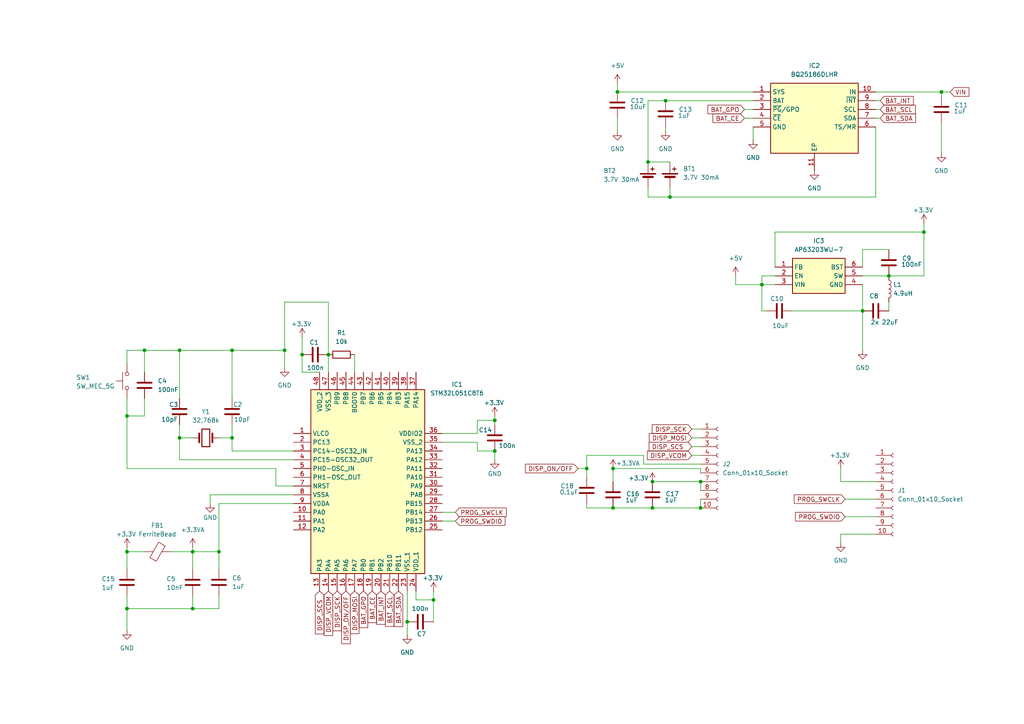
<source format=kicad_sch>
(kicad_sch (version 20250114) (generator "eeschema") (generator_version "9.0")
  (paper "A4")
  (lib_symbols
    (symbol "AP63203WU-7:AP63203WU-7"
      (property "Reference" "IC" (at 21.59 7.62 0))
      (property "Value" "AP63203WU-7" (at 21.59 5.08 0))
      (symbol "AP63203WU-7_1_1"
        (rectangle (start 5.08 2.54) (end 20.32 -7.62) (stroke (width 0.254)) (fill (type background)))
        (pin passive line (at 0 0 0) (length 5.08) (name "FB") (number "1"))
        (pin passive line (at 0 -2.54 0) (length 5.08) (name "EN") (number "2"))
        (pin passive line (at 0 -5.08 0) (length 5.08) (name "VIN") (number "3"))
        (pin passive line (at 25.4 0 180) (length 5.08) (name "BST") (number "6"))
        (pin passive line (at 25.4 -2.54 180) (length 5.08) (name "SW") (number "5"))
        (pin passive line (at 25.4 -5.08 180) (length 5.08) (name "GND") (number "4"))
      )
    )
    (symbol "BQ25186DLHR:BQ25186DLHR"
      (property "Reference" "IC" (at 31.75 7.62 0))
      (property "Value" "BQ25186DLHR" (at 31.75 5.08 0))
      (symbol "BQ25186DLHR_1_1"
        (rectangle (start 5.08 2.54) (end 30.48 -17.78) (stroke (width 0.254)) (fill (type background)))
        (pin passive line (at 0 0 0) (length 5.08) (name "SYS") (number "1"))
        (pin passive line (at 0 -2.54 0) (length 5.08) (name "BAT") (number "2"))
        (pin passive line (at 0 -5.08 0) (length 5.08) (name "~{PG}/GPO") (number "3"))
        (pin passive line (at 0 -7.62 0) (length 5.08) (name "~{CE}") (number "4"))
        (pin passive line (at 0 -10.16 0) (length 5.08) (name "GND") (number "5"))
        (pin passive line (at 17.78 -22.86 90) (length 5.08) (name "EP") (number "11"))
        (pin passive line (at 35.56 0 180) (length 5.08) (name "IN") (number "10"))
        (pin passive line (at 35.56 -2.54 180) (length 5.08) (name "~{INT}") (number "9"))
        (pin passive line (at 35.56 -5.08 180) (length 5.08) (name "SCL") (number "8"))
        (pin passive line (at 35.56 -7.62 180) (length 5.08) (name "SDA") (number "7"))
        (pin passive line (at 35.56 -10.16 180) (length 5.08) (name "TS/MR") (number "6"))
      )
    )
    (symbol "Connector:Conn_01x10_Socket" (pin_names (offset 1.016) (hide yes))
      (property "Reference" "J" (at 0 12.7 0))
      (property "Value" "Conn_01x10_Socket" (at 0 -15.24 0))
      (symbol "Conn_01x10_Socket_1_1"
        (polyline (pts (xy -1.27 10.16) (xy -0.508 10.16)) (stroke (width 0.1524)))
        (polyline (pts (xy -1.27 7.62) (xy -0.508 7.62)) (stroke (width 0.1524)))
        (polyline (pts (xy -1.27 5.08) (xy -0.508 5.08)) (stroke (width 0.1524)))
        (polyline (pts (xy -1.27 2.54) (xy -0.508 2.54)) (stroke (width 0.1524)))
        (polyline (pts (xy -1.27 0) (xy -0.508 0)) (stroke (width 0.1524)))
        (polyline (pts (xy -1.27 -2.54) (xy -0.508 -2.54)) (stroke (width 0.1524)))
        (polyline (pts (xy -1.27 -5.08) (xy -0.508 -5.08)) (stroke (width 0.1524)))
        (polyline (pts (xy -1.27 -7.62) (xy -0.508 -7.62)) (stroke (width 0.1524)))
        (polyline (pts (xy -1.27 -10.16) (xy -0.508 -10.16)) (stroke (width 0.1524)))
        (polyline (pts (xy -1.27 -12.7) (xy -0.508 -12.7)) (stroke (width 0.1524)))
        (arc (start 0 9.652) (mid -0.5058 10.16) (end 0 10.668) (stroke (width 0.1524)))
        (arc (start 0 7.112) (mid -0.5058 7.62) (end 0 8.128) (stroke (width 0.1524)))
        (arc (start 0 4.572) (mid -0.5058 5.08) (end 0 5.588) (stroke (width 0.1524)))
        (arc (start 0 2.032) (mid -0.5058 2.54) (end 0 3.048) (stroke (width 0.1524)))
        (arc (start 0 -0.508) (mid -0.5058 0) (end 0 0.508) (stroke (width 0.1524)))
        (arc (start 0 -3.048) (mid -0.5058 -2.54) (end 0 -2.032) (stroke (width 0.1524)))
        (arc (start 0 -5.588) (mid -0.5058 -5.08) (end 0 -4.572) (stroke (width 0.1524)))
        (arc (start 0 -8.128) (mid -0.5058 -7.62) (end 0 -7.112) (stroke (width 0.1524)))
        (arc (start 0 -10.668) (mid -0.5058 -10.16) (end 0 -9.652) (stroke (width 0.1524)))
        (arc (start 0 -13.208) (mid -0.5058 -12.7) (end 0 -12.192) (stroke (width 0.1524)))
        (pin passive line (at -5.08 10.16 0) (length 3.81) (name "Pin_1") (number "1"))
        (pin passive line (at -5.08 7.62 0) (length 3.81) (name "Pin_2") (number "2"))
        (pin passive line (at -5.08 5.08 0) (length 3.81) (name "Pin_3") (number "3"))
        (pin passive line (at -5.08 2.54 0) (length 3.81) (name "Pin_4") (number "4"))
        (pin passive line (at -5.08 0 0) (length 3.81) (name "Pin_5") (number "5"))
        (pin passive line (at -5.08 -2.54 0) (length 3.81) (name "Pin_6") (number "6"))
        (pin passive line (at -5.08 -5.08 0) (length 3.81) (name "Pin_7") (number "7"))
        (pin passive line (at -5.08 -7.62 0) (length 3.81) (name "Pin_8") (number "8"))
        (pin passive line (at -5.08 -10.16 0) (length 3.81) (name "Pin_9") (number "9"))
        (pin passive line (at -5.08 -12.7 0) (length 3.81) (name "Pin_10") (number "10"))
      )
    )
    (symbol "Device:Battery_Cell" (pin_numbers (hide yes)) (pin_names (offset 0) (hide yes))
      (property "Reference" "BT" (at 2.54 2.54 0))
      (property "Value" "Battery_Cell" (at 2.54 0 0))
      (symbol "Battery_Cell_0_1"
        (rectangle (start -2.286 1.778) (end 2.286 1.524) (fill (type outline)))
        (rectangle (start -1.524 1.016) (end 1.524 0.508) (fill (type outline)))
        (polyline (pts (xy 0 1.778) (xy 0 2.54)))
        (polyline (pts (xy 0 0.762) (xy 0 0)))
        (polyline (pts (xy 0.762 3.048) (xy 1.778 3.048)) (stroke (width 0.254)))
        (polyline (pts (xy 1.27 3.556) (xy 1.27 2.54)) (stroke (width 0.254)))
      )
      (symbol "Battery_Cell_1_1"
        (pin passive line (at 0 5.08 270) (length 2.54) (name "+") (number "1"))
        (pin passive line (at 0 -2.54 90) (length 2.54) (name "-") (number "2"))
      )
    )
    (symbol "Device:C" (pin_numbers (hide yes)) (pin_names (offset 0.254))
      (property "Reference" "C" (at 0.635 2.54 0))
      (property "Value" "C" (at 0.635 -2.54 0))
      (symbol "C_0_1"
        (polyline (pts (xy -2.032 0.762) (xy 2.032 0.762)) (stroke (width 0.508)))
        (polyline (pts (xy -2.032 -0.762) (xy 2.032 -0.762)) (stroke (width 0.508)))
      )
      (symbol "C_1_1"
        (pin passive line (at 0 3.81 270) (length 2.794) (name "~") (number "1"))
        (pin passive line (at 0 -3.81 90) (length 2.794) (name "~") (number "2"))
      )
    )
    (symbol "Device:Crystal" (pin_numbers (hide yes)) (pin_names (offset 1.016) (hide yes))
      (property "Reference" "Y" (at 0 3.81 0))
      (property "Value" "Crystal" (at 0 -3.81 0))
      (symbol "Crystal_0_1"
        (polyline (pts (xy -2.54 0) (xy -1.905 0)))
        (polyline (pts (xy -1.905 -1.27) (xy -1.905 1.27)) (stroke (width 0.508)))
        (rectangle (start -1.143 2.54) (end 1.143 -2.54) (stroke (width 0.3048)))
        (polyline (pts (xy 1.905 -1.27) (xy 1.905 1.27)) (stroke (width 0.508)))
        (polyline (pts (xy 2.54 0) (xy 1.905 0)))
      )
      (symbol "Crystal_1_1"
        (pin passive line (at -3.81 0 0) (length 1.27) (name "1") (number "1"))
        (pin passive line (at 3.81 0 180) (length 1.27) (name "2") (number "2"))
      )
    )
    (symbol "Device:FerriteBead" (pin_numbers (hide yes)) (pin_names (offset 0))
      (property "Reference" "FB" (at -3.81 0.635 90))
      (property "Value" "FerriteBead" (at 3.81 0 90))
      (symbol "FerriteBead_0_1"
        (polyline (pts (xy -2.7686 0.4064) (xy -1.7018 2.2606) (xy 2.7686 -0.3048) (xy 1.6764 -2.159) (xy -2.7686 0.4064)))
        (polyline (pts (xy 0 1.27) (xy 0 1.2954)))
        (polyline (pts (xy 0 -1.27) (xy 0 -1.2192)))
      )
      (symbol "FerriteBead_1_1"
        (pin passive line (at 0 3.81 270) (length 2.54) (name "~") (number "1"))
        (pin passive line (at 0 -3.81 90) (length 2.54) (name "~") (number "2"))
      )
    )
    (symbol "Device:L" (pin_numbers (hide yes)) (pin_names (offset 1.016) (hide yes))
      (property "Reference" "L" (at -1.27 0 90))
      (property "Value" "L" (at 1.905 0 90))
      (symbol "L_0_1"
        (arc (start 0 2.54) (mid 0.6323 1.905) (end 0 1.27))
        (arc (start 0 1.27) (mid 0.6323 0.635) (end 0 0))
        (arc (start 0 0) (mid 0.6323 -0.635) (end 0 -1.27))
        (arc (start 0 -1.27) (mid 0.6323 -1.905) (end 0 -2.54))
      )
      (symbol "L_1_1"
        (pin passive line (at 0 3.81 270) (length 1.27) (name "1") (number "1"))
        (pin passive line (at 0 -3.81 90) (length 1.27) (name "2") (number "2"))
      )
    )
    (symbol "Device:R" (pin_numbers (hide yes)) (pin_names (offset 0))
      (property "Reference" "R" (at 2.032 0 90))
      (property "Value" "R" (at 0 0 90))
      (symbol "R_0_1"
        (rectangle (start -1.016 -2.54) (end 1.016 2.54) (stroke (width 0.254)))
      )
      (symbol "R_1_1"
        (pin passive line (at 0 3.81 270) (length 1.27) (name "~") (number "1"))
        (pin passive line (at 0 -3.81 90) (length 1.27) (name "~") (number "2"))
      )
    )
    (symbol "STM32L051C8T6:STM32L051C8T6"
      (property "Reference" "IC" (at 39.37 17.78 0))
      (property "Value" "STM32L051C8T6" (at 39.37 15.24 0))
      (symbol "STM32L051C8T6_1_1"
        (rectangle (start 5.08 12.7) (end 38.1 -40.64) (stroke (width 0.254)) (fill (type background)))
        (pin power_in line (at 0 0 0) (length 5.08) (name "VLCD") (number "1"))
        (pin passive line (at 0 -2.54 0) (length 5.08) (name "PC13") (number "2"))
        (pin passive line (at 0 -5.08 0) (length 5.08) (name "PC14-OSC32_IN") (number "3"))
        (pin passive line (at 0 -7.62 0) (length 5.08) (name "PC15-OSC32_OUT") (number "4"))
        (pin passive line (at 0 -10.16 0) (length 5.08) (name "PH0-OSC_IN") (number "5"))
        (pin passive line (at 0 -12.7 0) (length 5.08) (name "PH1-OSC_OUT") (number "6"))
        (pin passive line (at 0 -15.24 0) (length 5.08) (name "NRST") (number "7"))
        (pin power_in line (at 0 -17.78 0) (length 5.08) (name "VSSA") (number "8"))
        (pin power_in line (at 0 -20.32 0) (length 5.08) (name "VDDA") (number "9"))
        (pin passive line (at 0 -22.86 0) (length 5.08) (name "PA0") (number "10"))
        (pin passive line (at 0 -25.4 0) (length 5.08) (name "PA1") (number "11"))
        (pin passive line (at 0 -27.94 0) (length 5.08) (name "PA2") (number "12"))
        (pin power_in line (at 7.62 17.78 270) (length 5.08) (name "VDD_2") (number "48"))
        (pin passive line (at 7.62 -45.72 90) (length 5.08) (name "PA3") (number "13"))
        (pin power_in line (at 10.16 17.78 270) (length 5.08) (name "VSS_3") (number "47"))
        (pin passive line (at 10.16 -45.72 90) (length 5.08) (name "PA4") (number "14"))
        (pin passive line (at 12.7 17.78 270) (length 5.08) (name "PB9") (number "46"))
        (pin passive line (at 12.7 -45.72 90) (length 5.08) (name "PA5") (number "15"))
        (pin passive line (at 15.24 17.78 270) (length 5.08) (name "PB8") (number "45"))
        (pin passive line (at 15.24 -45.72 90) (length 5.08) (name "PA6") (number "16"))
        (pin passive line (at 17.78 17.78 270) (length 5.08) (name "BOOT0") (number "44"))
        (pin passive line (at 17.78 -45.72 90) (length 5.08) (name "PA7") (number "17"))
        (pin passive line (at 20.32 17.78 270) (length 5.08) (name "PB7") (number "43"))
        (pin passive line (at 20.32 -45.72 90) (length 5.08) (name "PB0") (number "18"))
        (pin passive line (at 22.86 17.78 270) (length 5.08) (name "PB6") (number "42"))
        (pin passive line (at 22.86 -45.72 90) (length 5.08) (name "PB1") (number "19"))
        (pin passive line (at 25.4 17.78 270) (length 5.08) (name "PB5") (number "41"))
        (pin passive line (at 25.4 -45.72 90) (length 5.08) (name "PB2") (number "20"))
        (pin passive line (at 27.94 17.78 270) (length 5.08) (name "PB4") (number "40"))
        (pin passive line (at 27.94 -45.72 90) (length 5.08) (name "PB10") (number "21"))
        (pin passive line (at 30.48 17.78 270) (length 5.08) (name "PB3") (number "39"))
        (pin passive line (at 30.48 -45.72 90) (length 5.08) (name "PB11") (number "22"))
        (pin passive line (at 33.02 17.78 270) (length 5.08) (name "PA15") (number "38"))
        (pin power_in line (at 33.02 -45.72 90) (length 5.08) (name "VSS_1") (number "23"))
        (pin passive line (at 35.56 17.78 270) (length 5.08) (name "PA14") (number "37"))
        (pin power_in line (at 35.56 -45.72 90) (length 5.08) (name "VDD_1") (number "24"))
        (pin power_in line (at 43.18 0 180) (length 5.08) (name "VDDIO2") (number "36"))
        (pin power_in line (at 43.18 -2.54 180) (length 5.08) (name "VSS_2") (number "35"))
        (pin passive line (at 43.18 -5.08 180) (length 5.08) (name "PA13") (number "34"))
        (pin passive line (at 43.18 -7.62 180) (length 5.08) (name "PA12") (number "33"))
        (pin passive line (at 43.18 -10.16 180) (length 5.08) (name "PA11") (number "32"))
        (pin passive line (at 43.18 -12.7 180) (length 5.08) (name "PA10") (number "31"))
        (pin passive line (at 43.18 -15.24 180) (length 5.08) (name "PA9") (number "30"))
        (pin passive line (at 43.18 -17.78 180) (length 5.08) (name "PA8") (number "29"))
        (pin passive line (at 43.18 -20.32 180) (length 5.08) (name "PB15") (number "28"))
        (pin passive line (at 43.18 -22.86 180) (length 5.08) (name "PB14") (number "27"))
        (pin passive line (at 43.18 -25.4 180) (length 5.08) (name "PB13") (number "26"))
        (pin passive line (at 43.18 -27.94 180) (length 5.08) (name "PB12") (number "25"))
      )
    )
    (symbol "Switch:SW_MEC_5G" (pin_numbers (hide yes)) (pin_names (offset 1.016) (hide yes))
      (property "Reference" "SW" (at 1.27 2.54 0))
      (property "Value" "SW_MEC_5G" (at 0 -1.524 0))
      (symbol "SW_MEC_5G_0_1"
        (circle (center -2.032 0) (radius 0.508))
        (polyline (pts (xy 0 1.27) (xy 0 3.048)))
        (circle (center 2.032 0) (radius 0.508))
        (polyline (pts (xy 2.54 1.27) (xy -2.54 1.27)))
        (pin passive line (at -5.08 0 0) (length 2.54) (name "A") (number "1"))
        (pin passive line (at 5.08 0 180) (length 2.54) (name "B") (number "3"))
      )
      (symbol "SW_MEC_5G_1_1"
        (pin passive line (at -5.08 0 0) (length 2.54) (hide yes) (name "A") (number "2"))
        (pin passive line (at 5.08 0 180) (length 2.54) (hide yes) (name "B") (number "4"))
      )
    )
    (symbol "power:+3.3V" (power) (pin_numbers (hide yes)) (pin_names (offset 0) (hide yes))
      (property "Value" "+3.3V" (at 0 3.556 0))
      (symbol "+3.3V_0_1"
        (polyline (pts (xy -0.762 1.27) (xy 0 2.54)))
        (polyline (pts (xy 0 2.54) (xy 0.762 1.27)))
        (polyline (pts (xy 0 0) (xy 0 2.54)))
      )
      (symbol "+3.3V_1_1"
        (pin power_in line (at 0 0 90) (length 0) (name "~") (number "1"))
      )
    )
    (symbol "power:+3.3VA" (power) (pin_numbers (hide yes)) (pin_names (offset 0) (hide yes))
      (property "Value" "+3.3VA" (at 0 3.556 0))
      (symbol "+3.3VA_0_1"
        (polyline (pts (xy -0.762 1.27) (xy 0 2.54)))
        (polyline (pts (xy 0 2.54) (xy 0.762 1.27)))
        (polyline (pts (xy 0 0) (xy 0 2.54)))
      )
      (symbol "+3.3VA_1_1"
        (pin power_in line (at 0 0 90) (length 0) (name "~") (number "1"))
      )
    )
    (symbol "power:+5V" (power) (pin_numbers (hide yes)) (pin_names (offset 0) (hide yes))
      (property "Value" "+5V" (at 0 3.556 0))
      (symbol "+5V_0_1"
        (polyline (pts (xy -0.762 1.27) (xy 0 2.54)))
        (polyline (pts (xy 0 2.54) (xy 0.762 1.27)))
        (polyline (pts (xy 0 0) (xy 0 2.54)))
      )
      (symbol "+5V_1_1"
        (pin power_in line (at 0 0 90) (length 0) (name "~") (number "1"))
      )
    )
    (symbol "power:GND" (power) (pin_numbers (hide yes)) (pin_names (offset 0) (hide yes))
      (property "Value" "GND" (at 0 -3.81 0))
      (symbol "GND_0_1"
        (polyline (pts (xy 0 0) (xy 0 -1.27) (xy 1.27 -1.27) (xy 0 -2.54) (xy -1.27 -1.27) (xy 0 -1.27)))
      )
      (symbol "GND_1_1"
        (pin power_in line (at 0 0 270) (length 0) (name "~") (number "1"))
      )
    )
  )
  (junction (at 179.07 26.67))
  (junction (at 52.07 127))
  (junction (at 36.83 160.02))
  (junction (at 193.04 29.21))
  (junction (at 87.63 102.87))
  (junction (at 52.07 101.6))
  (junction (at 118.11 180.34))
  (junction (at 67.31 127))
  (junction (at 189.23 147.32))
  (junction (at 67.31 101.6))
  (junction (at 189.23 139.7))
  (junction (at 250.19 90.17))
  (junction (at 267.97 67.31))
  (junction (at 177.8 147.32))
  (junction (at 36.83 176.53))
  (junction (at 177.8 135.89))
  (junction (at 194.31 57.15))
  (junction (at 95.25 102.87))
  (junction (at 41.91 101.6))
  (junction (at 63.5 160.02))
  (junction (at 273.05 26.67))
  (junction (at 55.88 160.02))
  (junction (at 170.18 135.89))
  (junction (at 203.2 139.7))
  (junction (at 203.2 147.32))
  (junction (at 143.51 130.81))
  (junction (at 125.73 173.99))
  (junction (at 55.88 176.53))
  (junction (at 36.83 120.65))
  (junction (at 220.98 82.55))
  (junction (at 82.55 101.6))
  (junction (at 187.96 46.99))
  (junction (at 257.81 80.01))
  (junction (at 143.51 121.92))
  (wire (pts (xy 125.73 173.99) (xy 125.73 180.34)))
  (wire (pts (xy 87.63 107.95) (xy 87.63 102.87)))
  (wire (pts (xy 250.19 80.01) (xy 257.81 80.01)))
  (wire (pts (xy 125.73 171.45) (xy 125.73 173.99)))
  (wire (pts (xy 132.08 151.13) (xy 128.27 151.13)))
  (wire (pts (xy 63.5 160.02) (xy 63.5 146.05)))
  (wire (pts (xy 224.79 82.55) (xy 220.98 82.55)))
  (wire (pts (xy 55.88 158.75) (xy 55.88 160.02)))
  (wire (pts (xy 194.31 57.15) (xy 194.31 54.61)))
  (wire (pts (xy 170.18 132.08) (xy 170.18 135.89)))
  (wire (pts (xy 170.18 146.05) (xy 170.18 147.32)))
  (wire (pts (xy 189.23 139.7) (xy 203.2 139.7)))
  (wire (pts (xy 63.5 160.02) (xy 63.5 165.1)))
  (wire (pts (xy 36.83 135.89) (xy 36.83 120.65)))
  (wire (pts (xy 220.98 90.17) (xy 220.98 82.55)))
  (wire (pts (xy 143.51 130.81) (xy 138.43 130.81)))
  (wire (pts (xy 36.83 176.53) (xy 36.83 172.72)))
  (wire (pts (xy 245.11 149.86) (xy 254 149.86)))
  (wire (pts (xy 179.07 26.67) (xy 218.44 26.67)))
  (wire (pts (xy 120.65 173.99) (xy 120.65 171.45)))
  (wire (pts (xy 200.66 124.46) (xy 203.2 124.46)))
  (wire (pts (xy 200.66 132.08) (xy 203.2 132.08)))
  (wire (pts (xy 243.84 157.48) (xy 243.84 154.94)))
  (wire (pts (xy 220.98 82.55) (xy 220.98 80.01)))
  (wire (pts (xy 187.96 57.15) (xy 187.96 54.61)))
  (wire (pts (xy 179.07 34.29) (xy 179.07 38.1)))
  (wire (pts (xy 41.91 101.6) (xy 41.91 107.95)))
  (wire (pts (xy 52.07 133.35) (xy 85.09 133.35)))
  (wire (pts (xy 52.07 101.6) (xy 67.31 101.6)))
  (wire (pts (xy 186.69 134.62) (xy 186.69 132.08)))
  (wire (pts (xy 187.96 57.15) (xy 194.31 57.15)))
  (wire (pts (xy 273.05 35.56) (xy 273.05 44.45)))
  (wire (pts (xy 193.04 29.21) (xy 218.44 29.21)))
  (wire (pts (xy 55.88 176.53) (xy 55.88 172.72)))
  (wire (pts (xy 273.05 26.67) (xy 275.59 26.67)))
  (wire (pts (xy 138.43 128.27) (xy 128.27 128.27)))
  (wire (pts (xy 143.51 121.92) (xy 138.43 121.92)))
  (wire (pts (xy 95.25 102.87) (xy 95.25 87.63)))
  (wire (pts (xy 143.51 133.35) (xy 143.51 130.81)))
  (wire (pts (xy 52.07 127) (xy 55.88 127)))
  (wire (pts (xy 138.43 130.81) (xy 138.43 128.27)))
  (wire (pts (xy 255.27 29.21) (xy 254 29.21)))
  (wire (pts (xy 80.01 140.97) (xy 80.01 135.89)))
  (wire (pts (xy 82.55 101.6) (xy 82.55 106.68)))
  (wire (pts (xy 243.84 154.94) (xy 254 154.94)))
  (wire (pts (xy 177.8 147.32) (xy 189.23 147.32)))
  (wire (pts (xy 250.19 72.39) (xy 250.19 77.47)))
  (wire (pts (xy 203.2 135.89) (xy 203.2 137.16)))
  (wire (pts (xy 224.79 67.31) (xy 267.97 67.31)))
  (wire (pts (xy 95.25 87.63) (xy 82.55 87.63)))
  (wire (pts (xy 36.83 176.53) (xy 55.88 176.53)))
  (wire (pts (xy 267.97 80.01) (xy 257.81 80.01)))
  (wire (pts (xy 267.97 67.31) (xy 267.97 80.01)))
  (wire (pts (xy 67.31 130.81) (xy 67.31 127)))
  (wire (pts (xy 215.9 31.75) (xy 218.44 31.75)))
  (wire (pts (xy 67.31 127) (xy 63.5 127)))
  (wire (pts (xy 186.69 132.08) (xy 170.18 132.08)))
  (wire (pts (xy 63.5 160.02) (xy 55.88 160.02)))
  (wire (pts (xy 254 26.67) (xy 273.05 26.67)))
  (wire (pts (xy 36.83 165.1) (xy 36.83 160.02)))
  (wire (pts (xy 55.88 160.02) (xy 55.88 165.1)))
  (wire (pts (xy 41.91 120.65) (xy 41.91 115.57)))
  (wire (pts (xy 193.04 38.1) (xy 193.04 36.83)))
  (wire (pts (xy 179.07 24.13) (xy 179.07 26.67)))
  (wire (pts (xy 245.11 144.78) (xy 254 144.78)))
  (wire (pts (xy 132.08 148.59) (xy 128.27 148.59)))
  (wire (pts (xy 128.27 125.73) (xy 138.43 125.73)))
  (wire (pts (xy 250.19 90.17) (xy 250.19 101.6)))
  (wire (pts (xy 95.25 102.87) (xy 95.25 107.95)))
  (wire (pts (xy 60.96 143.51) (xy 85.09 143.51)))
  (wire (pts (xy 87.63 97.79) (xy 87.63 102.87)))
  (wire (pts (xy 36.83 101.6) (xy 41.91 101.6)))
  (wire (pts (xy 41.91 101.6) (xy 52.07 101.6)))
  (wire (pts (xy 273.05 26.67) (xy 273.05 27.94)))
  (wire (pts (xy 55.88 176.53) (xy 63.5 176.53)))
  (wire (pts (xy 200.66 129.54) (xy 203.2 129.54)))
  (wire (pts (xy 267.97 64.77) (xy 267.97 67.31)))
  (wire (pts (xy 177.8 135.89) (xy 203.2 135.89)))
  (wire (pts (xy 194.31 57.15) (xy 254 57.15)))
  (wire (pts (xy 243.84 135.89) (xy 243.84 139.7)))
  (wire (pts (xy 67.31 101.6) (xy 82.55 101.6)))
  (wire (pts (xy 170.18 147.32) (xy 177.8 147.32)))
  (wire (pts (xy 250.19 90.17) (xy 250.19 82.55)))
  (wire (pts (xy 187.96 29.21) (xy 187.96 46.99)))
  (wire (pts (xy 120.65 173.99) (xy 125.73 173.99)))
  (wire (pts (xy 203.2 144.78) (xy 203.2 147.32)))
  (wire (pts (xy 60.96 146.05) (xy 60.96 143.51)))
  (wire (pts (xy 82.55 87.63) (xy 82.55 101.6)))
  (wire (pts (xy 254 57.15) (xy 254 36.83)))
  (wire (pts (xy 257.81 87.63) (xy 257.81 90.17)))
  (wire (pts (xy 220.98 80.01) (xy 224.79 80.01)))
  (wire (pts (xy 187.96 46.99) (xy 194.31 46.99)))
  (wire (pts (xy 215.9 34.29) (xy 218.44 34.29)))
  (wire (pts (xy 189.23 147.32) (xy 203.2 147.32)))
  (wire (pts (xy 49.53 160.02) (xy 55.88 160.02)))
  (wire (pts (xy 118.11 171.45) (xy 118.11 180.34)))
  (wire (pts (xy 36.83 158.75) (xy 36.83 160.02)))
  (wire (pts (xy 63.5 146.05) (xy 85.09 146.05)))
  (wire (pts (xy 92.71 107.95) (xy 87.63 107.95)))
  (wire (pts (xy 222.25 90.17) (xy 220.98 90.17)))
  (wire (pts (xy 213.36 80.01) (xy 213.36 82.55)))
  (wire (pts (xy 193.04 29.21) (xy 187.96 29.21)))
  (wire (pts (xy 170.18 135.89) (xy 170.18 138.43)))
  (wire (pts (xy 218.44 36.83) (xy 218.44 40.64)))
  (wire (pts (xy 177.8 135.89) (xy 177.8 139.7)))
  (wire (pts (xy 213.36 82.55) (xy 220.98 82.55)))
  (wire (pts (xy 36.83 120.65) (xy 41.91 120.65)))
  (wire (pts (xy 52.07 123.19) (xy 52.07 127)))
  (wire (pts (xy 143.51 120.65) (xy 143.51 121.92)))
  (wire (pts (xy 138.43 121.92) (xy 138.43 125.73)))
  (wire (pts (xy 143.51 121.92) (xy 143.51 123.19)))
  (wire (pts (xy 67.31 101.6) (xy 67.31 115.57)))
  (wire (pts (xy 85.09 140.97) (xy 80.01 140.97)))
  (wire (pts (xy 52.07 115.57) (xy 52.07 101.6)))
  (wire (pts (xy 67.31 130.81) (xy 85.09 130.81)))
  (wire (pts (xy 203.2 139.7) (xy 203.2 142.24)))
  (wire (pts (xy 52.07 133.35) (xy 52.07 127)))
  (wire (pts (xy 67.31 123.19) (xy 67.31 127)))
  (wire (pts (xy 203.2 134.62) (xy 186.69 134.62)))
  (wire (pts (xy 254 31.75) (xy 255.27 31.75)))
  (wire (pts (xy 255.27 34.29) (xy 254 34.29)))
  (wire (pts (xy 36.83 182.88) (xy 36.83 176.53)))
  (wire (pts (xy 63.5 176.53) (xy 63.5 172.72)))
  (wire (pts (xy 200.66 127) (xy 203.2 127)))
  (wire (pts (xy 229.87 90.17) (xy 250.19 90.17)))
  (wire (pts (xy 118.11 180.34) (xy 118.11 184.15)))
  (wire (pts (xy 167.64 135.89) (xy 170.18 135.89)))
  (wire (pts (xy 243.84 139.7) (xy 254 139.7)))
  (wire (pts (xy 36.83 120.65) (xy 36.83 115.57)))
  (wire (pts (xy 36.83 160.02) (xy 41.91 160.02)))
  (wire (pts (xy 102.87 107.95) (xy 102.87 102.87)))
  (wire (pts (xy 250.19 72.39) (xy 257.81 72.39)))
  (wire (pts (xy 80.01 135.89) (xy 36.83 135.89)))
  (wire (pts (xy 224.79 67.31) (xy 224.79 77.47)))
  (wire (pts (xy 36.83 105.41) (xy 36.83 101.6)))
  (global_label "BAT_SCL" (shape input) (at 113.03 171.45 270) (property "Intersheetrefs" "${INTERSHEET_REFS}" (effects (hide yes))))
  (global_label "BAT_SCL" (shape input) (at 255.27 31.75 0) (property "Intersheetrefs" "${INTERSHEET_REFS}" (effects (hide yes))))
  (global_label "DISP_VCOM" (shape input) (at 200.66 132.08 180) (property "Intersheetrefs" "${INTERSHEET_REFS}" (effects (hide yes))))
  (global_label "PROG_SWDIO" (shape input) (at 245.11 149.86 180) (property "Intersheetrefs" "${INTERSHEET_REFS}" (effects (hide yes))))
  (global_label "PROG_SWDIO" (shape input) (at 132.08 151.13 0) (property "Intersheetrefs" "${INTERSHEET_REFS}" (effects (hide yes))))
  (global_label "DISP_SCK" (shape input) (at 200.66 124.46 180) (property "Intersheetrefs" "${INTERSHEET_REFS}" (effects (hide yes))))
  (global_label "BAT_CE" (shape input) (at 107.95 171.45 270) (property "Intersheetrefs" "${INTERSHEET_REFS}" (effects (hide yes))))
  (global_label "VIN" (shape input) (at 275.59 26.67 0) (property "Intersheetrefs" "${INTERSHEET_REFS}" (effects (hide yes))))
  (global_label "BAT_CE" (shape input) (at 215.9 34.29 180) (property "Intersheetrefs" "${INTERSHEET_REFS}" (effects (hide yes))))
  (global_label "PROG_SWCLK" (shape input) (at 132.08 148.59 0) (property "Intersheetrefs" "${INTERSHEET_REFS}" (effects (hide yes))))
  (global_label "DISP_VCOM" (shape input) (at 95.25 171.45 270) (property "Intersheetrefs" "${INTERSHEET_REFS}" (effects (hide yes))))
  (global_label "BAT_GPO" (shape input) (at 215.9 31.75 180) (property "Intersheetrefs" "${INTERSHEET_REFS}" (effects (hide yes))))
  (global_label "BAT_INT" (shape input) (at 110.49 171.45 270) (property "Intersheetrefs" "${INTERSHEET_REFS}" (effects (hide yes))))
  (global_label "BAT_INT" (shape input) (at 255.27 29.21 0) (property "Intersheetrefs" "${INTERSHEET_REFS}" (effects (hide yes))))
  (global_label "DISP_ON{slash}OFF" (shape input) (at 100.33 171.45 270) (property "Intersheetrefs" "${INTERSHEET_REFS}" (effects (hide yes))))
  (global_label "BAT_SDA" (shape input) (at 255.27 34.29 0) (property "Intersheetrefs" "${INTERSHEET_REFS}" (effects (hide yes))))
  (global_label "DISP_MOSI" (shape input) (at 200.66 127 180) (property "Intersheetrefs" "${INTERSHEET_REFS}" (effects (hide yes))))
  (global_label "PROG_SWCLK" (shape input) (at 245.11 144.78 180) (property "Intersheetrefs" "${INTERSHEET_REFS}" (effects (hide yes))))
  (global_label "DISP_SCS " (shape input) (at 92.71 171.45 270) (property "Intersheetrefs" "${INTERSHEET_REFS}" (effects (hide yes))))
  (global_label "DISP_SCK" (shape input) (at 97.79 171.45 270) (property "Intersheetrefs" "${INTERSHEET_REFS}" (effects (hide yes))))
  (global_label "DISP_SCS " (shape input) (at 200.66 129.54 180) (property "Intersheetrefs" "${INTERSHEET_REFS}" (effects (hide yes))))
  (global_label "DISP_MOSI" (shape input) (at 102.87 171.45 270) (property "Intersheetrefs" "${INTERSHEET_REFS}" (effects (hide yes))))
  (global_label "BAT_SDA" (shape input) (at 115.57 171.45 270) (property "Intersheetrefs" "${INTERSHEET_REFS}" (effects (hide yes))))
  (global_label "DISP_ON{slash}OFF" (shape input) (at 167.64 135.89 180) (property "Intersheetrefs" "${INTERSHEET_REFS}" (effects (hide yes))))
  (global_label "BAT_GPO" (shape input) (at 105.41 171.45 270) (property "Intersheetrefs" "${INTERSHEET_REFS}" (effects (hide yes))))
  (symbol (lib_id "power:+3.3V") (at 125.73 171.45 0) (unit 1)
    (property "Reference" "#PWR05" (effects (hide yes)))
    (property "Value" "+3.3V" (at 125.476 167.64 0))
    (property "Description" "Power symbol creates a global label with name \"+3.3V\"" (effects (hide yes)))
  )
  (symbol (lib_id "Device:FerriteBead") (at 45.72 160.02 90) (unit 1)
    (property "Reference" "FB1" (at 45.6692 152.4 90))
    (property "Value" "FerriteBead" (at 45.6692 154.94 90))
    (property "Description" "Ferrite bead" (effects (hide yes)))
  )
  (symbol (lib_id "power:+3.3VA") (at 177.8 135.89 0) (unit 1)
    (property "Reference" "#PWR023" (effects (hide yes)))
    (property "Value" "+3.3VA" (at 182.118 134.366 0))
    (property "Description" "Power symbol creates a global label with name \"+3.3VA\"" (effects (hide yes)))
  )
  (symbol (lib_id "power:+5V") (at 179.07 24.13 0) (unit 1)
    (property "Reference" "#PWR015" (effects (hide yes)))
    (property "Value" "+5V" (at 179.07 19.05 0))
    (property "Description" "Power symbol creates a global label with name \"+5V\"" (effects (hide yes)))
  )
  (symbol (lib_id "power:GND") (at 82.55 106.68 0) (unit 1)
    (property "Reference" "#PWR02" (effects (hide yes)))
    (property "Value" "GND" (at 82.55 111.76 0))
    (property "Description" "Power symbol creates a global label with name \"GND\" , ground" (effects (hide yes)))
  )
  (symbol (lib_id "power:GND") (at 118.11 184.15 0) (unit 1)
    (property "Reference" "#PWR06" (effects (hide yes)))
    (property "Value" "GND" (at 118.11 189.23 0))
    (property "Description" "Power symbol creates a global label with name \"GND\" , ground" (effects (hide yes)))
  )
  (symbol (lib_id "power:GND") (at 218.44 40.64 0) (unit 1)
    (property "Reference" "#PWR016" (effects (hide yes)))
    (property "Value" "GND" (at 218.44 45.72 0))
    (property "Description" "Power symbol creates a global label with name \"GND\" , ground" (effects (hide yes)))
  )
  (symbol (lib_id "Device:C") (at 257.81 76.2 0) (unit 1)
    (property "Reference" "C9" (at 261.62 74.9299 0) (effects (justify left)))
    (property "Value" "100nF" (at 261.366 76.708 0) (effects (justify left)))
    (property "Description" "Unpolarized capacitor" (effects (hide yes)))
  )
  (symbol (lib_id "power:+3.3V") (at 36.83 158.75 0) (unit 1)
    (property "Reference" "#PWR021" (effects (hide yes)))
    (property "Value" "+3.3V" (at 36.576 154.94 0))
    (property "Description" "Power symbol creates a global label with name \"+3.3V\"" (effects (hide yes)))
  )
  (symbol (lib_id "power:GND") (at 60.96 146.05 0) (unit 1)
    (property "Reference" "#PWR018" (effects (hide yes)))
    (property "Value" "GND" (at 60.96 150.114 0))
    (property "Description" "Power symbol creates a global label with name \"GND\" , ground" (effects (hide yes)))
  )
  (symbol (lib_id "Switch:SW_MEC_5G") (at 36.83 110.49 90) (unit 1)
    (property "Reference" "SW1" (at 22.098 109.474 90) (effects (justify right)))
    (property "Value" "SW_MEC_5G" (at 22.098 112.014 90) (effects (justify right)))
    (property "Datasheet" "http://www.apem.com/int/index.php?controller=attachment&id_attachment=488" (effects (hide yes)))
    (property "Description" "MEC 5G single pole normally-open tactile switch" (effects (hide yes)))
  )
  (symbol (lib_id "Device:C") (at 36.83 168.91 0) (unit 1)
    (property "Reference" "C15" (at 29.464 167.894 0) (effects (justify left)))
    (property "Value" "1uF" (at 29.464 170.434 0) (effects (justify left)))
    (property "Description" "Unpolarized capacitor" (effects (hide yes)))
  )
  (symbol (lib_id "Device:C") (at 170.18 142.24 0) (unit 1)
    (property "Reference" "C18" (at 162.56 140.9699 0) (effects (justify left)))
    (property "Value" "0.1uF" (at 162.306 142.748 0) (effects (justify left)))
    (property "Description" "Unpolarized capacitor" (effects (hide yes)))
  )
  (symbol (lib_id "Device:C") (at 67.31 119.38 0) (unit 1)
    (property "Reference" "C2" (at 67.564 117.348 0) (effects (justify left)))
    (property "Value" "10pF" (at 67.818 121.666 0) (effects (justify left)))
    (property "Description" "Unpolarized capacitor" (effects (hide yes)))
  )
  (symbol (lib_id "Device:C") (at 226.06 90.17 90) (unit 1)
    (property "Reference" "C10" (at 227.33 86.614 90) (effects (justify left)))
    (property "Value" "10uF" (at 228.854 94.488 90) (effects (justify left)))
    (property "Description" "Unpolarized capacitor" (effects (hide yes)))
  )
  (symbol (lib_id "STM32L051C8T6:STM32L051C8T6") (at 85.09 125.73 0) (unit 1)
    (property "Reference" "IC1" (at 132.588 111.506 0))
    (property "Value" "STM32L051C8T6" (at 132.588 114.046 0))
    (property "Footprint" "Package_CSP:ST_WLCSP-36_Die417" (effects (hide yes)))
    (property "Datasheet" "https://www.st.com/resource/en/datasheet/stm32l051c6.pdf" (effects (hide yes)))
    (property "Description" "STMicroelectronics STM32L051C8T6, 32bit ARM Cortex M0+ Microcontroller, 32MHz, 64 kB Flash, 48-Pin LQFP" (effects (hide yes)))
    (property "Height" "1.6" (effects (hide yes)))
    (property "Manufacturer_Name" "STMicroelectronics" (effects (hide yes)))
    (property "Manufacturer_Part_Number" "STM32L051C8T6" (effects (hide yes)))
    (property "Mouser Part Number" "511-STM32L051C8T6" (effects (hide yes)))
    (property "Mouser Price/Stock" "https://www.mouser.co.uk/ProductDetail/STMicroelectronics/STM32L051C8T6?qs=s5SkPsIz10%2FuINiB6fFsBg%3D%3D" (effects (hide yes)))
    (property "Arrow Part Number" "STM32L051C8T6" (effects (hide yes)))
    (property "Arrow Price/Stock" "https://www.arrow.com/en/products/stm32l051c8t6/stmicroelectronics?utm_currency=USD&region=nac" (effects (hide yes)))
  )
  (symbol (lib_id "Device:C") (at 143.51 127 180) (unit 1)
    (property "Reference" "C14" (at 142.748 124.714 0) (effects (justify left)))
    (property "Value" "100n" (at 149.606 129.286 0) (effects (justify left)))
    (property "Description" "Unpolarized capacitor" (effects (hide yes)))
  )
  (symbol (lib_id "power:+3.3V") (at 267.97 64.77 0) (unit 1)
    (property "Reference" "#PWR09" (effects (hide yes)))
    (property "Value" "+3.3V" (at 267.716 60.96 0))
    (property "Description" "Power symbol creates a global label with name \"+3.3V\"" (effects (hide yes)))
  )
  (symbol (lib_id "power:GND") (at 273.05 44.45 0) (unit 1)
    (property "Reference" "#PWR010" (effects (hide yes)))
    (property "Value" "GND" (at 273.05 49.53 0))
    (property "Description" "Power symbol creates a global label with name \"GND\" , ground" (effects (hide yes)))
  )
  (symbol (lib_id "Device:R") (at 99.06 102.87 90) (unit 1)
    (property "Reference" "R1" (at 99.06 96.52 90))
    (property "Value" "10k" (at 99.06 99.06 90))
    (property "Description" "Resistor" (effects (hide yes)))
  )
  (symbol (lib_id "Device:L") (at 257.81 83.82 0) (unit 1)
    (property "Reference" "L1" (at 259.08 82.5499 0) (effects (justify left)))
    (property "Value" "4.9uH" (at 259.08 85.09 0) (effects (justify left)))
    (property "Description" "Inductor" (effects (hide yes)))
  )
  (symbol (lib_id "AP63203WU-7:AP63203WU-7") (at 224.79 77.47 0) (unit 1)
    (property "Reference" "IC3" (at 237.49 69.85 0))
    (property "Value" "AP63203WU-7" (at 237.49 72.39 0))
    (property "Footprint" "AP63203WU7" (effects (hide yes)))
    (property "Datasheet" "https://www.diodes.com/assets/Datasheets/AP63200-AP63201-AP63203-AP63205.pdf" (effects (hide yes)))
    (property "Description" "Switching Voltage Regulators DCDC Conv HV Buck TSOT26 T&R 3K" (effects (hide yes)))
    (property "Height" "1" (effects (hide yes)))
    (property "Manufacturer_Name" "Diodes Incorporated" (effects (hide yes)))
    (property "Manufacturer_Part_Number" "AP63203WU-7" (effects (hide yes)))
    (property "Mouser Part Number" "621-AP63203WU-7" (effects (hide yes)))
    (property "Mouser Price/Stock" "https://www.mouser.co.uk/ProductDetail/Diodes-Incorporated/AP63203WU-7?qs=u16ybLDytRZ1JqxbuLkMJw%3D%3D" (effects (hide yes)))
    (property "Arrow Part Number" "AP63203WU-7" (effects (hide yes)))
    (property "Arrow Price/Stock" "https://www.arrow.com/en/products/ap63203wu-7/diodes-incorporated?utm_currency=USD&region=europe" (effects (hide yes)))
  )
  (symbol (lib_id "Device:C") (at 91.44 102.87 90) (unit 1)
    (property "Reference" "C1" (at 92.456 99.314 90) (effects (justify left)))
    (property "Value" "100n" (at 93.98 106.68 90) (effects (justify left)))
    (property "Description" "Unpolarized capacitor" (effects (hide yes)))
  )
  (symbol (lib_id "power:+3.3V") (at 243.84 135.89 0) (unit 1)
    (property "Reference" "#PWR012" (effects (hide yes)))
    (property "Value" "+3.3V" (at 243.586 132.08 0))
    (property "Description" "Power symbol creates a global label with name \"+3.3V\"" (effects (hide yes)))
  )
  (symbol (lib_id "power:+3.3V") (at 189.23 139.7 0) (unit 1)
    (property "Reference" "#PWR022" (effects (hide yes)))
    (property "Value" "+3.3V" (at 185.166 138.684 0))
    (property "Description" "Power symbol creates a global label with name \"+3.3V\"" (effects (hide yes)))
  )
  (symbol (lib_id "Device:C") (at 193.04 33.02 0) (unit 1)
    (property "Reference" "C13" (at 196.85 31.7499 0) (effects (justify left)))
    (property "Value" "1uF" (at 196.596 33.528 0) (effects (justify left)))
    (property "Description" "Unpolarized capacitor" (effects (hide yes)))
  )
  (symbol (lib_id "power:GND") (at 243.84 157.48 0) (unit 1)
    (property "Reference" "#PWR011" (effects (hide yes)))
    (property "Value" "GND" (at 243.84 162.56 0))
    (property "Description" "Power symbol creates a global label with name \"GND\" , ground" (effects (hide yes)))
  )
  (symbol (lib_id "power:GND") (at 250.19 101.6 0) (unit 1)
    (property "Reference" "#PWR08" (effects (hide yes)))
    (property "Value" "GND" (at 250.19 106.68 0))
    (property "Description" "Power symbol creates a global label with name \"GND\" , ground" (effects (hide yes)))
  )
  (symbol (lib_id "BQ25186DLHR:BQ25186DLHR") (at 218.44 26.67 0) (unit 1)
    (property "Reference" "IC2" (at 236.22 19.05 0))
    (property "Value" "BQ25186DLHR" (at 236.22 21.59 0))
    (property "Footprint" "SON40P220X200X80-11N" (effects (hide yes)))
    (property "Datasheet" "https://www.ti.com/lit/ds/symlink/bq25186.pdf?ts=1740508135755&ref_url=https%253A%252F%252Fwww.ti.com%252Fproduct%252FBQ25186" (effects (hide yes)))
    (property "Description" "BQ25186 1-Cell, 1A I2C Linear Battery Charger with Power Path, Ship Mode, Shutdown Mode, and Battery Tracking VINDPM" (effects (hide yes)))
    (property "Height" "0.8" (effects (hide yes)))
    (property "Manufacturer_Name" "Texas Instruments" (effects (hide yes)))
    (property "Manufacturer_Part_Number" "BQ25186DLHR" (effects (hide yes)))
    (property "Mouser Part Number" "595-BQ25186DLHR" (effects (hide yes)))
    (property "Mouser Price/Stock" "https://www.mouser.co.uk/ProductDetail/Texas-Instruments/BQ25186DLHR?qs=efUn273yAheZpfz2mNbAWQ%3D%3D" (effects (hide yes)))
  )
  (symbol (lib_id "Connector:Conn_01x10_Socket") (at 208.28 134.62 0) (unit 1)
    (property "Reference" "J2" (at 209.55 134.6199 0) (effects (justify left)))
    (property "Value" "Conn_01x10_Socket" (at 209.55 137.1599 0) (effects (justify left)))
    (property "Description" "Generic connector, single row, 01x10, script generated" (effects (hide yes)))
  )
  (symbol (lib_id "Device:Battery_Cell") (at 194.31 52.07 0) (unit 1)
    (property "Reference" "BT1" (at 198.12 48.9584 0) (effects (justify left)))
    (property "Value" "3.7V 30mA" (at 198.12 51.4984 0) (effects (justify left)))
    (property "Description" "Single-cell battery" (effects (hide yes)))
  )
  (symbol (lib_id "power:GND") (at 179.07 38.1 0) (unit 1)
    (property "Reference" "#PWR013" (effects (hide yes)))
    (property "Value" "GND" (at 179.07 43.18 0))
    (property "Description" "Power symbol creates a global label with name \"GND\" , ground" (effects (hide yes)))
  )
  (symbol (lib_id "Device:C") (at 189.23 143.51 0) (unit 1)
    (property "Reference" "C17" (at 193.04 143.2559 0) (effects (justify left)))
    (property "Value" "1uF" (at 192.786 145.034 0) (effects (justify left)))
    (property "Description" "Unpolarized capacitor" (effects (hide yes)))
  )
  (symbol (lib_id "Device:C") (at 177.8 143.51 0) (unit 1)
    (property "Reference" "C16" (at 181.61 143.2559 0) (effects (justify left)))
    (property "Value" "1uF" (at 181.356 145.034 0) (effects (justify left)))
    (property "Description" "Unpolarized capacitor" (effects (hide yes)))
  )
  (symbol (lib_id "power:+3.3VA") (at 55.88 158.75 0) (unit 1)
    (property "Reference" "#PWR04" (effects (hide yes)))
    (property "Value" "+3.3VA" (at 55.88 153.67 0))
    (property "Description" "Power symbol creates a global label with name \"+3.3VA\"" (effects (hide yes)))
  )
  (symbol (lib_id "Device:C") (at 179.07 30.48 0) (unit 1)
    (property "Reference" "C12" (at 182.88 29.2099 0) (effects (justify left)))
    (property "Value" "10uF" (at 182.626 30.988 0) (effects (justify left)))
    (property "Description" "Unpolarized capacitor" (effects (hide yes)))
  )
  (symbol (lib_id "Device:C") (at 273.05 31.75 0) (unit 1)
    (property "Reference" "C11" (at 276.86 30.4799 0) (effects (justify left)))
    (property "Value" "1uF" (at 276.606 32.258 0) (effects (justify left)))
    (property "Description" "Unpolarized capacitor" (effects (hide yes)))
  )
  (symbol (lib_id "Device:C") (at 63.5 168.91 0) (unit 1)
    (property "Reference" "C6" (at 67.31 167.6399 0) (effects (justify left)))
    (property "Value" "1uF" (at 67.31 170.1799 0) (effects (justify left)))
    (property "Description" "Unpolarized capacitor" (effects (hide yes)))
  )
  (symbol (lib_id "Device:C") (at 254 90.17 90) (unit 1)
    (property "Reference" "C8" (at 253.492 85.852 90))
    (property "Value" "2x 22uF" (at 256.54 93.472 90))
    (property "Description" "Unpolarized capacitor" (effects (hide yes)))
  )
  (symbol (lib_id "Device:C") (at 52.07 119.38 0) (unit 1)
    (property "Reference" "C3" (at 49.022 117.348 0) (effects (justify left)))
    (property "Value" "10pF" (at 46.736 121.666 0) (effects (justify left)))
    (property "Description" "Unpolarized capacitor" (effects (hide yes)))
  )
  (symbol (lib_id "power:GND") (at 143.51 133.35 0) (unit 1)
    (property "Reference" "#PWR019" (effects (hide yes)))
    (property "Value" "GND" (at 143.51 137.414 0))
    (property "Description" "Power symbol creates a global label with name \"GND\" , ground" (effects (hide yes)))
  )
  (symbol (lib_id "Connector:Conn_01x10_Socket") (at 259.08 142.24 0) (unit 1)
    (property "Reference" "J1" (at 260.35 142.2399 0) (effects (justify left)))
    (property "Value" "Conn_01x10_Socket" (at 260.35 144.7799 0) (effects (justify left)))
    (property "Description" "Generic connector, single row, 01x10, script generated" (effects (hide yes)))
  )
  (symbol (lib_id "Device:C") (at 121.92 180.34 270) (unit 1)
    (property "Reference" "C7" (at 120.904 183.896 90) (effects (justify left)))
    (property "Value" "100n" (at 119.38 176.53 90) (effects (justify left)))
    (property "Description" "Unpolarized capacitor" (effects (hide yes)))
  )
  (symbol (lib_id "power:+3.3V") (at 143.51 120.65 0) (unit 1)
    (property "Reference" "#PWR020" (effects (hide yes)))
    (property "Value" "+3.3V" (at 143.256 116.84 0))
    (property "Description" "Power symbol creates a global label with name \"+3.3V\"" (effects (hide yes)))
  )
  (symbol (lib_id "Device:Battery_Cell") (at 187.96 52.07 0) (unit 1)
    (property "Reference" "BT2" (at 175.006 49.53 0) (effects (justify left)))
    (property "Value" "3.7V 30mA" (at 175.006 52.07 0) (effects (justify left)))
    (property "Description" "Single-cell battery" (effects (hide yes)))
  )
  (symbol (lib_id "Device:Crystal") (at 59.69 127 0) (unit 1)
    (property "Reference" "Y1" (at 59.69 119.38 0))
    (property "Value" "32,768k" (at 59.69 121.92 0))
    (property "Datasheet" "https://www.lcsc.com/datasheet/C5116076.pdf" (effects (hide yes)))
    (property "Description" "Two pin crystal" (effects (hide yes)))
  )
  (symbol (lib_id "power:GND") (at 36.83 182.88 0) (unit 1)
    (property "Reference" "#PWR03" (effects (hide yes)))
    (property "Value" "GND" (at 36.83 187.96 0))
    (property "Description" "Power symbol creates a global label with name \"GND\" , ground" (effects (hide yes)))
  )
  (symbol (lib_id "power:+3.3V") (at 87.63 97.79 0) (unit 1)
    (property "Reference" "#PWR01" (effects (hide yes)))
    (property "Value" "+3.3V" (at 87.376 93.98 0))
    (property "Description" "Power symbol creates a global label with name \"+3.3V\"" (effects (hide yes)))
  )
  (symbol (lib_id "power:GND") (at 236.22 49.53 0) (unit 1)
    (property "Reference" "#PWR017" (effects (hide yes)))
    (property "Value" "GND" (at 236.22 54.61 0))
    (property "Description" "Power symbol creates a global label with name \"GND\" , ground" (effects (hide yes)))
  )
  (symbol (lib_id "power:GND") (at 193.04 38.1 0) (unit 1)
    (property "Reference" "#PWR014" (effects (hide yes)))
    (property "Value" "GND" (at 193.04 43.18 0))
    (property "Description" "Power symbol creates a global label with name \"GND\" , ground" (effects (hide yes)))
  )
  (symbol (lib_id "power:+5V") (at 213.36 80.01 0) (unit 1)
    (property "Reference" "#PWR07" (effects (hide yes)))
    (property "Value" "+5V" (at 213.36 74.93 0))
    (property "Description" "Power symbol creates a global label with name \"+5V\"" (effects (hide yes)))
  )
  (symbol (lib_id "Device:C") (at 55.88 168.91 0) (unit 1)
    (property "Reference" "C5" (at 48.26 167.894 0) (effects (justify left)))
    (property "Value" "10nF" (at 48.26 170.434 0) (effects (justify left)))
    (property "Description" "Unpolarized capacitor" (effects (hide yes)))
  )
  (symbol (lib_id "Device:C") (at 41.91 111.76 0) (unit 1)
    (property "Reference" "C4" (at 45.72 110.4899 0) (effects (justify left)))
    (property "Value" "100nF" (at 45.72 113.0299 0) (effects (justify left)))
    (property "Description" "Unpolarized capacitor" (effects (hide yes)))
  )
)
</source>
